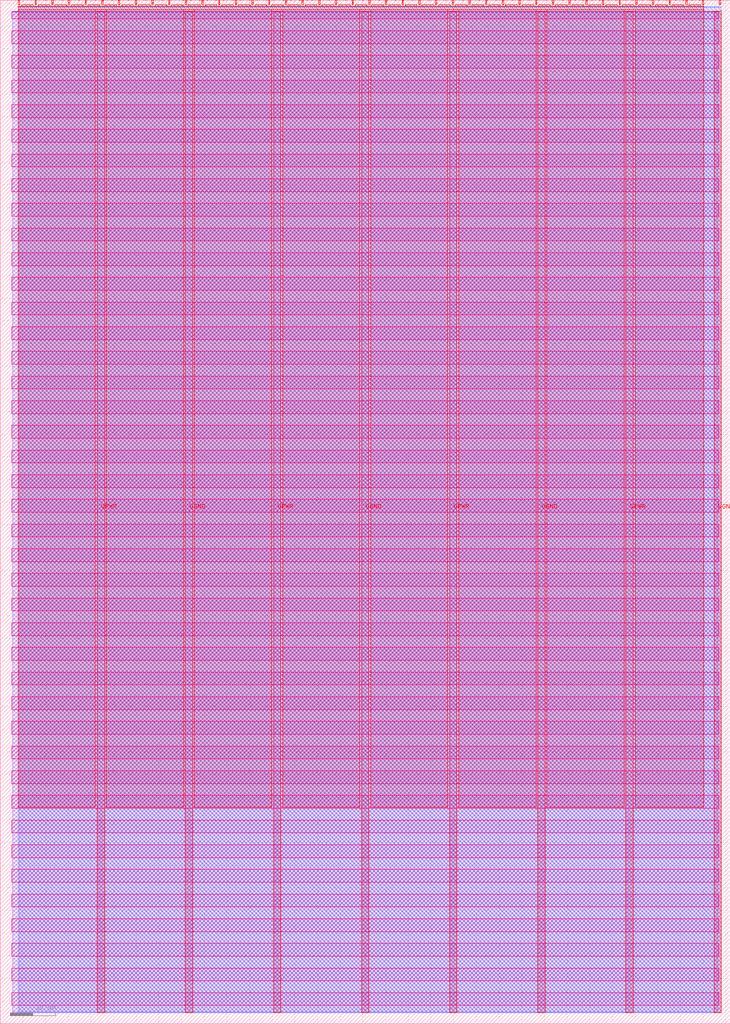
<source format=lef>
VERSION 5.7 ;
  NOWIREEXTENSIONATPIN ON ;
  DIVIDERCHAR "/" ;
  BUSBITCHARS "[]" ;
MACRO tt_um_ccattuto_conway
  CLASS BLOCK ;
  FOREIGN tt_um_ccattuto_conway ;
  ORIGIN 0.000 0.000 ;
  SIZE 161.000 BY 225.760 ;
  PIN VGND
    DIRECTION INOUT ;
    USE GROUND ;
    PORT
      LAYER met4 ;
        RECT 40.830 2.480 42.430 223.280 ;
    END
    PORT
      LAYER met4 ;
        RECT 79.700 2.480 81.300 223.280 ;
    END
    PORT
      LAYER met4 ;
        RECT 118.570 2.480 120.170 223.280 ;
    END
    PORT
      LAYER met4 ;
        RECT 157.440 2.480 159.040 223.280 ;
    END
  END VGND
  PIN VPWR
    DIRECTION INOUT ;
    USE POWER ;
    PORT
      LAYER met4 ;
        RECT 21.395 2.480 22.995 223.280 ;
    END
    PORT
      LAYER met4 ;
        RECT 60.265 2.480 61.865 223.280 ;
    END
    PORT
      LAYER met4 ;
        RECT 99.135 2.480 100.735 223.280 ;
    END
    PORT
      LAYER met4 ;
        RECT 138.005 2.480 139.605 223.280 ;
    END
  END VPWR
  PIN clk
    DIRECTION INPUT ;
    USE SIGNAL ;
    ANTENNAGATEAREA 0.852000 ;
    PORT
      LAYER met4 ;
        RECT 154.870 224.760 155.170 225.760 ;
    END
  END clk
  PIN ena
    DIRECTION INPUT ;
    USE SIGNAL ;
    PORT
      LAYER met4 ;
        RECT 158.550 224.760 158.850 225.760 ;
    END
  END ena
  PIN rst_n
    DIRECTION INPUT ;
    USE SIGNAL ;
    ANTENNAGATEAREA 0.213000 ;
    PORT
      LAYER met4 ;
        RECT 151.190 224.760 151.490 225.760 ;
    END
  END rst_n
  PIN ui_in[0]
    DIRECTION INPUT ;
    USE SIGNAL ;
    PORT
      LAYER met4 ;
        RECT 147.510 224.760 147.810 225.760 ;
    END
  END ui_in[0]
  PIN ui_in[1]
    DIRECTION INPUT ;
    USE SIGNAL ;
    PORT
      LAYER met4 ;
        RECT 143.830 224.760 144.130 225.760 ;
    END
  END ui_in[1]
  PIN ui_in[2]
    DIRECTION INPUT ;
    USE SIGNAL ;
    PORT
      LAYER met4 ;
        RECT 140.150 224.760 140.450 225.760 ;
    END
  END ui_in[2]
  PIN ui_in[3]
    DIRECTION INPUT ;
    USE SIGNAL ;
    ANTENNAGATEAREA 0.196500 ;
    PORT
      LAYER met4 ;
        RECT 136.470 224.760 136.770 225.760 ;
    END
  END ui_in[3]
  PIN ui_in[4]
    DIRECTION INPUT ;
    USE SIGNAL ;
    PORT
      LAYER met4 ;
        RECT 132.790 224.760 133.090 225.760 ;
    END
  END ui_in[4]
  PIN ui_in[5]
    DIRECTION INPUT ;
    USE SIGNAL ;
    PORT
      LAYER met4 ;
        RECT 129.110 224.760 129.410 225.760 ;
    END
  END ui_in[5]
  PIN ui_in[6]
    DIRECTION INPUT ;
    USE SIGNAL ;
    PORT
      LAYER met4 ;
        RECT 125.430 224.760 125.730 225.760 ;
    END
  END ui_in[6]
  PIN ui_in[7]
    DIRECTION INPUT ;
    USE SIGNAL ;
    PORT
      LAYER met4 ;
        RECT 121.750 224.760 122.050 225.760 ;
    END
  END ui_in[7]
  PIN uio_in[0]
    DIRECTION INPUT ;
    USE SIGNAL ;
    PORT
      LAYER met4 ;
        RECT 118.070 224.760 118.370 225.760 ;
    END
  END uio_in[0]
  PIN uio_in[1]
    DIRECTION INPUT ;
    USE SIGNAL ;
    PORT
      LAYER met4 ;
        RECT 114.390 224.760 114.690 225.760 ;
    END
  END uio_in[1]
  PIN uio_in[2]
    DIRECTION INPUT ;
    USE SIGNAL ;
    PORT
      LAYER met4 ;
        RECT 110.710 224.760 111.010 225.760 ;
    END
  END uio_in[2]
  PIN uio_in[3]
    DIRECTION INPUT ;
    USE SIGNAL ;
    PORT
      LAYER met4 ;
        RECT 107.030 224.760 107.330 225.760 ;
    END
  END uio_in[3]
  PIN uio_in[4]
    DIRECTION INPUT ;
    USE SIGNAL ;
    PORT
      LAYER met4 ;
        RECT 103.350 224.760 103.650 225.760 ;
    END
  END uio_in[4]
  PIN uio_in[5]
    DIRECTION INPUT ;
    USE SIGNAL ;
    PORT
      LAYER met4 ;
        RECT 99.670 224.760 99.970 225.760 ;
    END
  END uio_in[5]
  PIN uio_in[6]
    DIRECTION INPUT ;
    USE SIGNAL ;
    PORT
      LAYER met4 ;
        RECT 95.990 224.760 96.290 225.760 ;
    END
  END uio_in[6]
  PIN uio_in[7]
    DIRECTION INPUT ;
    USE SIGNAL ;
    PORT
      LAYER met4 ;
        RECT 92.310 224.760 92.610 225.760 ;
    END
  END uio_in[7]
  PIN uio_oe[0]
    DIRECTION OUTPUT TRISTATE ;
    USE SIGNAL ;
    PORT
      LAYER met4 ;
        RECT 29.750 224.760 30.050 225.760 ;
    END
  END uio_oe[0]
  PIN uio_oe[1]
    DIRECTION OUTPUT TRISTATE ;
    USE SIGNAL ;
    PORT
      LAYER met4 ;
        RECT 26.070 224.760 26.370 225.760 ;
    END
  END uio_oe[1]
  PIN uio_oe[2]
    DIRECTION OUTPUT TRISTATE ;
    USE SIGNAL ;
    PORT
      LAYER met4 ;
        RECT 22.390 224.760 22.690 225.760 ;
    END
  END uio_oe[2]
  PIN uio_oe[3]
    DIRECTION OUTPUT TRISTATE ;
    USE SIGNAL ;
    PORT
      LAYER met4 ;
        RECT 18.710 224.760 19.010 225.760 ;
    END
  END uio_oe[3]
  PIN uio_oe[4]
    DIRECTION OUTPUT TRISTATE ;
    USE SIGNAL ;
    PORT
      LAYER met4 ;
        RECT 15.030 224.760 15.330 225.760 ;
    END
  END uio_oe[4]
  PIN uio_oe[5]
    DIRECTION OUTPUT TRISTATE ;
    USE SIGNAL ;
    PORT
      LAYER met4 ;
        RECT 11.350 224.760 11.650 225.760 ;
    END
  END uio_oe[5]
  PIN uio_oe[6]
    DIRECTION OUTPUT TRISTATE ;
    USE SIGNAL ;
    PORT
      LAYER met4 ;
        RECT 7.670 224.760 7.970 225.760 ;
    END
  END uio_oe[6]
  PIN uio_oe[7]
    DIRECTION OUTPUT TRISTATE ;
    USE SIGNAL ;
    PORT
      LAYER met4 ;
        RECT 3.990 224.760 4.290 225.760 ;
    END
  END uio_oe[7]
  PIN uio_out[0]
    DIRECTION OUTPUT TRISTATE ;
    USE SIGNAL ;
    ANTENNADIFFAREA 0.445500 ;
    PORT
      LAYER met4 ;
        RECT 59.190 224.760 59.490 225.760 ;
    END
  END uio_out[0]
  PIN uio_out[1]
    DIRECTION OUTPUT TRISTATE ;
    USE SIGNAL ;
    ANTENNAGATEAREA 0.159000 ;
    ANTENNADIFFAREA 0.795200 ;
    PORT
      LAYER met4 ;
        RECT 55.510 224.760 55.810 225.760 ;
    END
  END uio_out[1]
  PIN uio_out[2]
    DIRECTION OUTPUT TRISTATE ;
    USE SIGNAL ;
    PORT
      LAYER met4 ;
        RECT 51.830 224.760 52.130 225.760 ;
    END
  END uio_out[2]
  PIN uio_out[3]
    DIRECTION OUTPUT TRISTATE ;
    USE SIGNAL ;
    ANTENNADIFFAREA 0.445500 ;
    PORT
      LAYER met4 ;
        RECT 48.150 224.760 48.450 225.760 ;
    END
  END uio_out[3]
  PIN uio_out[4]
    DIRECTION OUTPUT TRISTATE ;
    USE SIGNAL ;
    PORT
      LAYER met4 ;
        RECT 44.470 224.760 44.770 225.760 ;
    END
  END uio_out[4]
  PIN uio_out[5]
    DIRECTION OUTPUT TRISTATE ;
    USE SIGNAL ;
    ANTENNAGATEAREA 0.247500 ;
    ANTENNADIFFAREA 0.795200 ;
    PORT
      LAYER met4 ;
        RECT 40.790 224.760 41.090 225.760 ;
    END
  END uio_out[5]
  PIN uio_out[6]
    DIRECTION OUTPUT TRISTATE ;
    USE SIGNAL ;
    ANTENNADIFFAREA 0.445500 ;
    PORT
      LAYER met4 ;
        RECT 37.110 224.760 37.410 225.760 ;
    END
  END uio_out[6]
  PIN uio_out[7]
    DIRECTION OUTPUT TRISTATE ;
    USE SIGNAL ;
    ANTENNADIFFAREA 0.445500 ;
    PORT
      LAYER met4 ;
        RECT 33.430 224.760 33.730 225.760 ;
    END
  END uio_out[7]
  PIN uo_out[0]
    DIRECTION OUTPUT TRISTATE ;
    USE SIGNAL ;
    PORT
      LAYER met4 ;
        RECT 88.630 224.760 88.930 225.760 ;
    END
  END uo_out[0]
  PIN uo_out[1]
    DIRECTION OUTPUT TRISTATE ;
    USE SIGNAL ;
    PORT
      LAYER met4 ;
        RECT 84.950 224.760 85.250 225.760 ;
    END
  END uo_out[1]
  PIN uo_out[2]
    DIRECTION OUTPUT TRISTATE ;
    USE SIGNAL ;
    PORT
      LAYER met4 ;
        RECT 81.270 224.760 81.570 225.760 ;
    END
  END uo_out[2]
  PIN uo_out[3]
    DIRECTION OUTPUT TRISTATE ;
    USE SIGNAL ;
    PORT
      LAYER met4 ;
        RECT 77.590 224.760 77.890 225.760 ;
    END
  END uo_out[3]
  PIN uo_out[4]
    DIRECTION OUTPUT TRISTATE ;
    USE SIGNAL ;
    ANTENNADIFFAREA 0.795200 ;
    PORT
      LAYER met4 ;
        RECT 73.910 224.760 74.210 225.760 ;
    END
  END uo_out[4]
  PIN uo_out[5]
    DIRECTION OUTPUT TRISTATE ;
    USE SIGNAL ;
    PORT
      LAYER met4 ;
        RECT 70.230 224.760 70.530 225.760 ;
    END
  END uo_out[5]
  PIN uo_out[6]
    DIRECTION OUTPUT TRISTATE ;
    USE SIGNAL ;
    PORT
      LAYER met4 ;
        RECT 66.550 224.760 66.850 225.760 ;
    END
  END uo_out[6]
  PIN uo_out[7]
    DIRECTION OUTPUT TRISTATE ;
    USE SIGNAL ;
    PORT
      LAYER met4 ;
        RECT 62.870 224.760 63.170 225.760 ;
    END
  END uo_out[7]
  OBS
      LAYER nwell ;
        RECT 2.570 221.625 158.430 223.230 ;
        RECT 2.570 216.185 158.430 219.015 ;
        RECT 2.570 210.745 158.430 213.575 ;
        RECT 2.570 205.305 158.430 208.135 ;
        RECT 2.570 199.865 158.430 202.695 ;
        RECT 2.570 194.425 158.430 197.255 ;
        RECT 2.570 188.985 158.430 191.815 ;
        RECT 2.570 183.545 158.430 186.375 ;
        RECT 2.570 178.105 158.430 180.935 ;
        RECT 2.570 172.665 158.430 175.495 ;
        RECT 2.570 167.225 158.430 170.055 ;
        RECT 2.570 161.785 158.430 164.615 ;
        RECT 2.570 156.345 158.430 159.175 ;
        RECT 2.570 150.905 158.430 153.735 ;
        RECT 2.570 145.465 158.430 148.295 ;
        RECT 2.570 140.025 158.430 142.855 ;
        RECT 2.570 134.585 158.430 137.415 ;
        RECT 2.570 129.145 158.430 131.975 ;
        RECT 2.570 123.705 158.430 126.535 ;
        RECT 2.570 118.265 158.430 121.095 ;
        RECT 2.570 112.825 158.430 115.655 ;
        RECT 2.570 107.385 158.430 110.215 ;
        RECT 2.570 101.945 158.430 104.775 ;
        RECT 2.570 96.505 158.430 99.335 ;
        RECT 2.570 91.065 158.430 93.895 ;
        RECT 2.570 85.625 158.430 88.455 ;
        RECT 2.570 80.185 158.430 83.015 ;
        RECT 2.570 74.745 158.430 77.575 ;
        RECT 2.570 69.305 158.430 72.135 ;
        RECT 2.570 63.865 158.430 66.695 ;
        RECT 2.570 58.425 158.430 61.255 ;
        RECT 2.570 52.985 158.430 55.815 ;
        RECT 2.570 47.545 158.430 50.375 ;
        RECT 2.570 42.105 158.430 44.935 ;
        RECT 2.570 36.665 158.430 39.495 ;
        RECT 2.570 31.225 158.430 34.055 ;
        RECT 2.570 25.785 158.430 28.615 ;
        RECT 2.570 20.345 158.430 23.175 ;
        RECT 2.570 14.905 158.430 17.735 ;
        RECT 2.570 9.465 158.430 12.295 ;
        RECT 2.570 4.025 158.430 6.855 ;
      LAYER li1 ;
        RECT 2.760 2.635 158.240 223.125 ;
      LAYER met1 ;
        RECT 2.760 2.480 159.040 223.280 ;
      LAYER met2 ;
        RECT 4.230 2.535 159.010 224.245 ;
      LAYER met3 ;
        RECT 3.950 2.555 159.030 224.225 ;
      LAYER met4 ;
        RECT 4.690 224.360 7.270 224.760 ;
        RECT 8.370 224.360 10.950 224.760 ;
        RECT 12.050 224.360 14.630 224.760 ;
        RECT 15.730 224.360 18.310 224.760 ;
        RECT 19.410 224.360 21.990 224.760 ;
        RECT 23.090 224.360 25.670 224.760 ;
        RECT 26.770 224.360 29.350 224.760 ;
        RECT 30.450 224.360 33.030 224.760 ;
        RECT 34.130 224.360 36.710 224.760 ;
        RECT 37.810 224.360 40.390 224.760 ;
        RECT 41.490 224.360 44.070 224.760 ;
        RECT 45.170 224.360 47.750 224.760 ;
        RECT 48.850 224.360 51.430 224.760 ;
        RECT 52.530 224.360 55.110 224.760 ;
        RECT 56.210 224.360 58.790 224.760 ;
        RECT 59.890 224.360 62.470 224.760 ;
        RECT 63.570 224.360 66.150 224.760 ;
        RECT 67.250 224.360 69.830 224.760 ;
        RECT 70.930 224.360 73.510 224.760 ;
        RECT 74.610 224.360 77.190 224.760 ;
        RECT 78.290 224.360 80.870 224.760 ;
        RECT 81.970 224.360 84.550 224.760 ;
        RECT 85.650 224.360 88.230 224.760 ;
        RECT 89.330 224.360 91.910 224.760 ;
        RECT 93.010 224.360 95.590 224.760 ;
        RECT 96.690 224.360 99.270 224.760 ;
        RECT 100.370 224.360 102.950 224.760 ;
        RECT 104.050 224.360 106.630 224.760 ;
        RECT 107.730 224.360 110.310 224.760 ;
        RECT 111.410 224.360 113.990 224.760 ;
        RECT 115.090 224.360 117.670 224.760 ;
        RECT 118.770 224.360 121.350 224.760 ;
        RECT 122.450 224.360 125.030 224.760 ;
        RECT 126.130 224.360 128.710 224.760 ;
        RECT 129.810 224.360 132.390 224.760 ;
        RECT 133.490 224.360 136.070 224.760 ;
        RECT 137.170 224.360 139.750 224.760 ;
        RECT 140.850 224.360 143.430 224.760 ;
        RECT 144.530 224.360 147.110 224.760 ;
        RECT 148.210 224.360 150.790 224.760 ;
        RECT 151.890 224.360 154.470 224.760 ;
        RECT 3.975 223.680 155.185 224.360 ;
        RECT 3.975 47.775 20.995 223.680 ;
        RECT 23.395 47.775 40.430 223.680 ;
        RECT 42.830 47.775 59.865 223.680 ;
        RECT 62.265 47.775 79.300 223.680 ;
        RECT 81.700 47.775 98.735 223.680 ;
        RECT 101.135 47.775 118.170 223.680 ;
        RECT 120.570 47.775 137.605 223.680 ;
        RECT 140.005 47.775 155.185 223.680 ;
  END
END tt_um_ccattuto_conway
END LIBRARY


</source>
